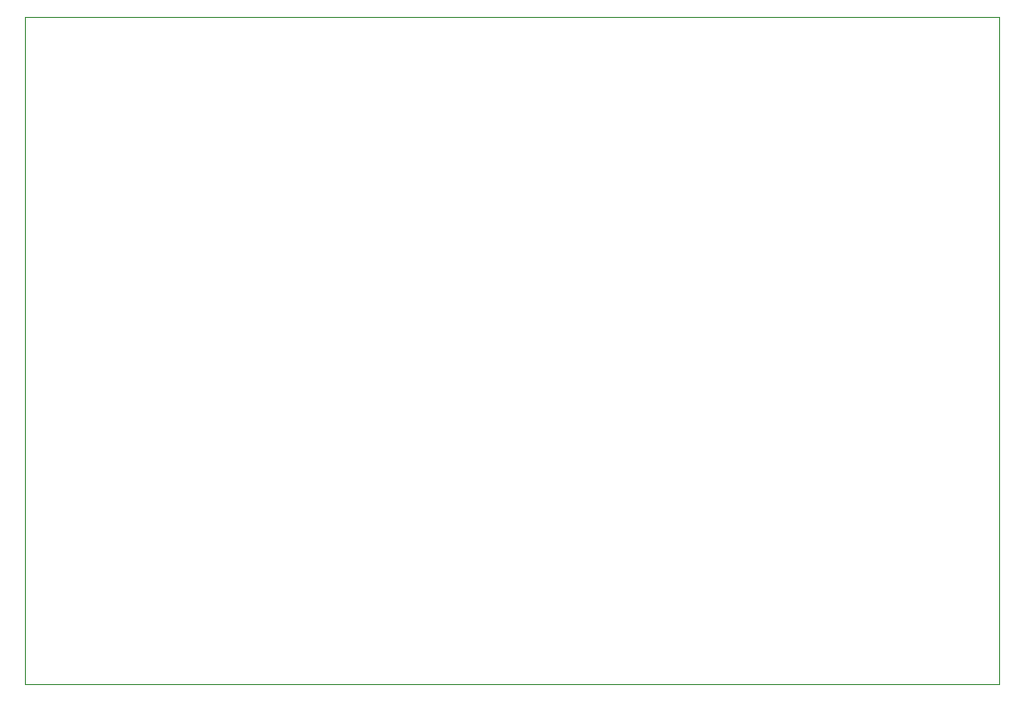
<source format=gbr>
%TF.GenerationSoftware,KiCad,Pcbnew,7.0.7*%
%TF.CreationDate,2023-10-22T12:37:57-05:00*%
%TF.ProjectId,state mode logic analyzer,73746174-6520-46d6-9f64-65206c6f6769,1*%
%TF.SameCoordinates,Original*%
%TF.FileFunction,Profile,NP*%
%FSLAX46Y46*%
G04 Gerber Fmt 4.6, Leading zero omitted, Abs format (unit mm)*
G04 Created by KiCad (PCBNEW 7.0.7) date 2023-10-22 12:37:57*
%MOMM*%
%LPD*%
G01*
G04 APERTURE LIST*
%TA.AperFunction,Profile*%
%ADD10C,0.100000*%
%TD*%
G04 APERTURE END LIST*
D10*
X63550000Y-30200000D02*
X146325000Y-30200000D01*
X146325000Y-86900000D01*
X63550000Y-86900000D01*
X63550000Y-30200000D01*
M02*

</source>
